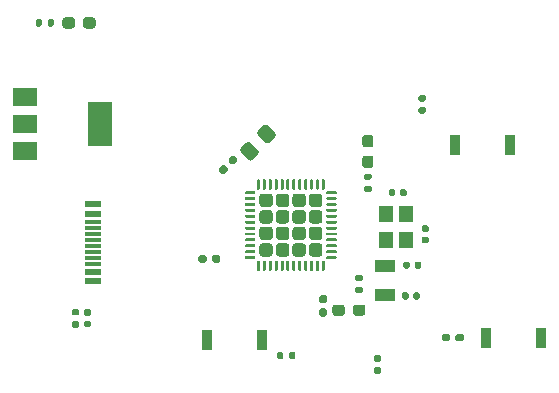
<source format=gbr>
G04 #@! TF.GenerationSoftware,KiCad,Pcbnew,(5.1.10-1-10_14)*
G04 #@! TF.CreationDate,2021-08-26T00:22:11+08:00*
G04 #@! TF.ProjectId,stm32f401_devboard,73746d33-3266-4343-9031-5f646576626f,rev?*
G04 #@! TF.SameCoordinates,Original*
G04 #@! TF.FileFunction,Paste,Top*
G04 #@! TF.FilePolarity,Positive*
%FSLAX46Y46*%
G04 Gerber Fmt 4.6, Leading zero omitted, Abs format (unit mm)*
G04 Created by KiCad (PCBNEW (5.1.10-1-10_14)) date 2021-08-26 00:22:11*
%MOMM*%
%LPD*%
G01*
G04 APERTURE LIST*
%ADD10R,1.200000X1.400000*%
%ADD11R,1.450000X0.600000*%
%ADD12R,1.450000X0.300000*%
%ADD13R,2.000000X1.500000*%
%ADD14R,2.000000X3.800000*%
%ADD15R,0.899998X1.699997*%
%ADD16R,1.800000X1.000000*%
G04 APERTURE END LIST*
G36*
G01*
X106575000Y-102130000D02*
X106945000Y-102130000D01*
G75*
G02*
X107080000Y-102265000I0J-135000D01*
G01*
X107080000Y-102535000D01*
G75*
G02*
X106945000Y-102670000I-135000J0D01*
G01*
X106575000Y-102670000D01*
G75*
G02*
X106440000Y-102535000I0J135000D01*
G01*
X106440000Y-102265000D01*
G75*
G02*
X106575000Y-102130000I135000J0D01*
G01*
G37*
G36*
G01*
X106575000Y-101110000D02*
X106945000Y-101110000D01*
G75*
G02*
X107080000Y-101245000I0J-135000D01*
G01*
X107080000Y-101515000D01*
G75*
G02*
X106945000Y-101650000I-135000J0D01*
G01*
X106575000Y-101650000D01*
G75*
G02*
X106440000Y-101515000I0J135000D01*
G01*
X106440000Y-101245000D01*
G75*
G02*
X106575000Y-101110000I135000J0D01*
G01*
G37*
G36*
G01*
X107600000Y-102090000D02*
X107940000Y-102090000D01*
G75*
G02*
X108080000Y-102230000I0J-140000D01*
G01*
X108080000Y-102510000D01*
G75*
G02*
X107940000Y-102650000I-140000J0D01*
G01*
X107600000Y-102650000D01*
G75*
G02*
X107460000Y-102510000I0J140000D01*
G01*
X107460000Y-102230000D01*
G75*
G02*
X107600000Y-102090000I140000J0D01*
G01*
G37*
G36*
G01*
X107600000Y-101130000D02*
X107940000Y-101130000D01*
G75*
G02*
X108080000Y-101270000I0J-140000D01*
G01*
X108080000Y-101550000D01*
G75*
G02*
X107940000Y-101690000I-140000J0D01*
G01*
X107600000Y-101690000D01*
G75*
G02*
X107460000Y-101550000I0J140000D01*
G01*
X107460000Y-101270000D01*
G75*
G02*
X107600000Y-101130000I140000J0D01*
G01*
G37*
G36*
G01*
X129560000Y-100962500D02*
X129560000Y-101437500D01*
G75*
G02*
X129322500Y-101675000I-237500J0D01*
G01*
X128747500Y-101675000D01*
G75*
G02*
X128510000Y-101437500I0J237500D01*
G01*
X128510000Y-100962500D01*
G75*
G02*
X128747500Y-100725000I237500J0D01*
G01*
X129322500Y-100725000D01*
G75*
G02*
X129560000Y-100962500I0J-237500D01*
G01*
G37*
G36*
G01*
X131310000Y-100962500D02*
X131310000Y-101437500D01*
G75*
G02*
X131072500Y-101675000I-237500J0D01*
G01*
X130497500Y-101675000D01*
G75*
G02*
X130260000Y-101437500I0J237500D01*
G01*
X130260000Y-100962500D01*
G75*
G02*
X130497500Y-100725000I237500J0D01*
G01*
X131072500Y-100725000D01*
G75*
G02*
X131310000Y-100962500I0J-237500D01*
G01*
G37*
G36*
G01*
X107410000Y-77117500D02*
X107410000Y-76642500D01*
G75*
G02*
X107647500Y-76405000I237500J0D01*
G01*
X108222500Y-76405000D01*
G75*
G02*
X108460000Y-76642500I0J-237500D01*
G01*
X108460000Y-77117500D01*
G75*
G02*
X108222500Y-77355000I-237500J0D01*
G01*
X107647500Y-77355000D01*
G75*
G02*
X107410000Y-77117500I0J237500D01*
G01*
G37*
G36*
G01*
X105660000Y-77117500D02*
X105660000Y-76642500D01*
G75*
G02*
X105897500Y-76405000I237500J0D01*
G01*
X106472500Y-76405000D01*
G75*
G02*
X106710000Y-76642500I0J-237500D01*
G01*
X106710000Y-77117500D01*
G75*
G02*
X106472500Y-77355000I-237500J0D01*
G01*
X105897500Y-77355000D01*
G75*
G02*
X105660000Y-77117500I0J237500D01*
G01*
G37*
G36*
G01*
X127885000Y-100630000D02*
X127575000Y-100630000D01*
G75*
G02*
X127420000Y-100475000I0J155000D01*
G01*
X127420000Y-100050000D01*
G75*
G02*
X127575000Y-99895000I155000J0D01*
G01*
X127885000Y-99895000D01*
G75*
G02*
X128040000Y-100050000I0J-155000D01*
G01*
X128040000Y-100475000D01*
G75*
G02*
X127885000Y-100630000I-155000J0D01*
G01*
G37*
G36*
G01*
X127885000Y-101765000D02*
X127575000Y-101765000D01*
G75*
G02*
X127420000Y-101610000I0J155000D01*
G01*
X127420000Y-101185000D01*
G75*
G02*
X127575000Y-101030000I155000J0D01*
G01*
X127885000Y-101030000D01*
G75*
G02*
X128040000Y-101185000I0J-155000D01*
G01*
X128040000Y-101610000D01*
G75*
G02*
X127885000Y-101765000I-155000J0D01*
G01*
G37*
G36*
G01*
X118300000Y-97015000D02*
X118300000Y-96705000D01*
G75*
G02*
X118455000Y-96550000I155000J0D01*
G01*
X118880000Y-96550000D01*
G75*
G02*
X119035000Y-96705000I0J-155000D01*
G01*
X119035000Y-97015000D01*
G75*
G02*
X118880000Y-97170000I-155000J0D01*
G01*
X118455000Y-97170000D01*
G75*
G02*
X118300000Y-97015000I0J155000D01*
G01*
G37*
G36*
G01*
X117165000Y-97015000D02*
X117165000Y-96705000D01*
G75*
G02*
X117320000Y-96550000I155000J0D01*
G01*
X117745000Y-96550000D01*
G75*
G02*
X117900000Y-96705000I0J-155000D01*
G01*
X117900000Y-97015000D01*
G75*
G02*
X117745000Y-97170000I-155000J0D01*
G01*
X117320000Y-97170000D01*
G75*
G02*
X117165000Y-97015000I0J155000D01*
G01*
G37*
G36*
G01*
X119438978Y-88921819D02*
X119658181Y-89141022D01*
G75*
G02*
X119658181Y-89360226I-109602J-109602D01*
G01*
X119357660Y-89660747D01*
G75*
G02*
X119138456Y-89660747I-109602J109602D01*
G01*
X118919253Y-89441544D01*
G75*
G02*
X118919253Y-89222340I109602J109602D01*
G01*
X119219774Y-88921819D01*
G75*
G02*
X119438978Y-88921819I109602J-109602D01*
G01*
G37*
G36*
G01*
X120241544Y-88119253D02*
X120460747Y-88338456D01*
G75*
G02*
X120460747Y-88557660I-109602J-109602D01*
G01*
X120160226Y-88858181D01*
G75*
G02*
X119941022Y-88858181I-109602J109602D01*
G01*
X119721819Y-88638978D01*
G75*
G02*
X119721819Y-88419774I109602J109602D01*
G01*
X120022340Y-88119253D01*
G75*
G02*
X120241544Y-88119253I109602J-109602D01*
G01*
G37*
G36*
G01*
X138910000Y-103685000D02*
X138910000Y-103375000D01*
G75*
G02*
X139065000Y-103220000I155000J0D01*
G01*
X139490000Y-103220000D01*
G75*
G02*
X139645000Y-103375000I0J-155000D01*
G01*
X139645000Y-103685000D01*
G75*
G02*
X139490000Y-103840000I-155000J0D01*
G01*
X139065000Y-103840000D01*
G75*
G02*
X138910000Y-103685000I0J155000D01*
G01*
G37*
G36*
G01*
X137775000Y-103685000D02*
X137775000Y-103375000D01*
G75*
G02*
X137930000Y-103220000I155000J0D01*
G01*
X138355000Y-103220000D01*
G75*
G02*
X138510000Y-103375000I0J-155000D01*
G01*
X138510000Y-103685000D01*
G75*
G02*
X138355000Y-103840000I-155000J0D01*
G01*
X137930000Y-103840000D01*
G75*
G02*
X137775000Y-103685000I0J155000D01*
G01*
G37*
D10*
X133030000Y-95300000D03*
X133030000Y-93100000D03*
X134730000Y-93100000D03*
X134730000Y-95300000D03*
D11*
X108205000Y-98750000D03*
X108205000Y-97950000D03*
X108205000Y-93050000D03*
X108205000Y-92250000D03*
X108205000Y-92250000D03*
X108205000Y-93050000D03*
X108205000Y-97950000D03*
X108205000Y-98750000D03*
D12*
X108205000Y-93750000D03*
X108205000Y-94250000D03*
X108205000Y-94750000D03*
X108205000Y-95750000D03*
X108205000Y-96250000D03*
X108205000Y-96750000D03*
X108205000Y-97250000D03*
X108205000Y-95250000D03*
D13*
X102500000Y-83160000D03*
X102500000Y-87760000D03*
X102500000Y-85460000D03*
D14*
X108800000Y-85460000D03*
D15*
X122519970Y-103760000D03*
X117920030Y-103760000D03*
X138930030Y-87190000D03*
X143529970Y-87190000D03*
G36*
G01*
X135925000Y-84020000D02*
X136295000Y-84020000D01*
G75*
G02*
X136430000Y-84155000I0J-135000D01*
G01*
X136430000Y-84425000D01*
G75*
G02*
X136295000Y-84560000I-135000J0D01*
G01*
X135925000Y-84560000D01*
G75*
G02*
X135790000Y-84425000I0J135000D01*
G01*
X135790000Y-84155000D01*
G75*
G02*
X135925000Y-84020000I135000J0D01*
G01*
G37*
G36*
G01*
X135925000Y-83000000D02*
X136295000Y-83000000D01*
G75*
G02*
X136430000Y-83135000I0J-135000D01*
G01*
X136430000Y-83405000D01*
G75*
G02*
X136295000Y-83540000I-135000J0D01*
G01*
X135925000Y-83540000D01*
G75*
G02*
X135790000Y-83405000I0J135000D01*
G01*
X135790000Y-83135000D01*
G75*
G02*
X135925000Y-83000000I135000J0D01*
G01*
G37*
G36*
G01*
X131695000Y-90180000D02*
X131325000Y-90180000D01*
G75*
G02*
X131190000Y-90045000I0J135000D01*
G01*
X131190000Y-89775000D01*
G75*
G02*
X131325000Y-89640000I135000J0D01*
G01*
X131695000Y-89640000D01*
G75*
G02*
X131830000Y-89775000I0J-135000D01*
G01*
X131830000Y-90045000D01*
G75*
G02*
X131695000Y-90180000I-135000J0D01*
G01*
G37*
G36*
G01*
X131695000Y-91200000D02*
X131325000Y-91200000D01*
G75*
G02*
X131190000Y-91065000I0J135000D01*
G01*
X131190000Y-90795000D01*
G75*
G02*
X131325000Y-90660000I135000J0D01*
G01*
X131695000Y-90660000D01*
G75*
G02*
X131830000Y-90795000I0J-135000D01*
G01*
X131830000Y-91065000D01*
G75*
G02*
X131695000Y-91200000I-135000J0D01*
G01*
G37*
G36*
G01*
X130965000Y-98760000D02*
X130595000Y-98760000D01*
G75*
G02*
X130460000Y-98625000I0J135000D01*
G01*
X130460000Y-98355000D01*
G75*
G02*
X130595000Y-98220000I135000J0D01*
G01*
X130965000Y-98220000D01*
G75*
G02*
X131100000Y-98355000I0J-135000D01*
G01*
X131100000Y-98625000D01*
G75*
G02*
X130965000Y-98760000I-135000J0D01*
G01*
G37*
G36*
G01*
X130965000Y-99780000D02*
X130595000Y-99780000D01*
G75*
G02*
X130460000Y-99645000I0J135000D01*
G01*
X130460000Y-99375000D01*
G75*
G02*
X130595000Y-99240000I135000J0D01*
G01*
X130965000Y-99240000D01*
G75*
G02*
X131100000Y-99375000I0J-135000D01*
G01*
X131100000Y-99645000D01*
G75*
G02*
X130965000Y-99780000I-135000J0D01*
G01*
G37*
G36*
G01*
X103920000Y-76685000D02*
X103920000Y-77055000D01*
G75*
G02*
X103785000Y-77190000I-135000J0D01*
G01*
X103515000Y-77190000D01*
G75*
G02*
X103380000Y-77055000I0J135000D01*
G01*
X103380000Y-76685000D01*
G75*
G02*
X103515000Y-76550000I135000J0D01*
G01*
X103785000Y-76550000D01*
G75*
G02*
X103920000Y-76685000I0J-135000D01*
G01*
G37*
G36*
G01*
X104940000Y-76685000D02*
X104940000Y-77055000D01*
G75*
G02*
X104805000Y-77190000I-135000J0D01*
G01*
X104535000Y-77190000D01*
G75*
G02*
X104400000Y-77055000I0J135000D01*
G01*
X104400000Y-76685000D01*
G75*
G02*
X104535000Y-76550000I135000J0D01*
G01*
X104805000Y-76550000D01*
G75*
G02*
X104940000Y-76685000I0J-135000D01*
G01*
G37*
G36*
G01*
X124850000Y-105235000D02*
X124850000Y-104865000D01*
G75*
G02*
X124985000Y-104730000I135000J0D01*
G01*
X125255000Y-104730000D01*
G75*
G02*
X125390000Y-104865000I0J-135000D01*
G01*
X125390000Y-105235000D01*
G75*
G02*
X125255000Y-105370000I-135000J0D01*
G01*
X124985000Y-105370000D01*
G75*
G02*
X124850000Y-105235000I0J135000D01*
G01*
G37*
G36*
G01*
X123830000Y-105235000D02*
X123830000Y-104865000D01*
G75*
G02*
X123965000Y-104730000I135000J0D01*
G01*
X124235000Y-104730000D01*
G75*
G02*
X124370000Y-104865000I0J-135000D01*
G01*
X124370000Y-105235000D01*
G75*
G02*
X124235000Y-105370000I-135000J0D01*
G01*
X123965000Y-105370000D01*
G75*
G02*
X123830000Y-105235000I0J135000D01*
G01*
G37*
G36*
G01*
X132535000Y-105550000D02*
X132165000Y-105550000D01*
G75*
G02*
X132030000Y-105415000I0J135000D01*
G01*
X132030000Y-105145000D01*
G75*
G02*
X132165000Y-105010000I135000J0D01*
G01*
X132535000Y-105010000D01*
G75*
G02*
X132670000Y-105145000I0J-135000D01*
G01*
X132670000Y-105415000D01*
G75*
G02*
X132535000Y-105550000I-135000J0D01*
G01*
G37*
G36*
G01*
X132535000Y-106570000D02*
X132165000Y-106570000D01*
G75*
G02*
X132030000Y-106435000I0J135000D01*
G01*
X132030000Y-106165000D01*
G75*
G02*
X132165000Y-106030000I135000J0D01*
G01*
X132535000Y-106030000D01*
G75*
G02*
X132670000Y-106165000I0J-135000D01*
G01*
X132670000Y-106435000D01*
G75*
G02*
X132535000Y-106570000I-135000J0D01*
G01*
G37*
G36*
G01*
X134960000Y-99820000D02*
X134960000Y-100160000D01*
G75*
G02*
X134820000Y-100300000I-140000J0D01*
G01*
X134540000Y-100300000D01*
G75*
G02*
X134400000Y-100160000I0J140000D01*
G01*
X134400000Y-99820000D01*
G75*
G02*
X134540000Y-99680000I140000J0D01*
G01*
X134820000Y-99680000D01*
G75*
G02*
X134960000Y-99820000I0J-140000D01*
G01*
G37*
G36*
G01*
X135920000Y-99820000D02*
X135920000Y-100160000D01*
G75*
G02*
X135780000Y-100300000I-140000J0D01*
G01*
X135500000Y-100300000D01*
G75*
G02*
X135360000Y-100160000I0J140000D01*
G01*
X135360000Y-99820000D01*
G75*
G02*
X135500000Y-99680000I140000J0D01*
G01*
X135780000Y-99680000D01*
G75*
G02*
X135920000Y-99820000I0J-140000D01*
G01*
G37*
G36*
G01*
X135070000Y-97220000D02*
X135070000Y-97560000D01*
G75*
G02*
X134930000Y-97700000I-140000J0D01*
G01*
X134650000Y-97700000D01*
G75*
G02*
X134510000Y-97560000I0J140000D01*
G01*
X134510000Y-97220000D01*
G75*
G02*
X134650000Y-97080000I140000J0D01*
G01*
X134930000Y-97080000D01*
G75*
G02*
X135070000Y-97220000I0J-140000D01*
G01*
G37*
G36*
G01*
X136030000Y-97220000D02*
X136030000Y-97560000D01*
G75*
G02*
X135890000Y-97700000I-140000J0D01*
G01*
X135610000Y-97700000D01*
G75*
G02*
X135470000Y-97560000I0J140000D01*
G01*
X135470000Y-97220000D01*
G75*
G02*
X135610000Y-97080000I140000J0D01*
G01*
X135890000Y-97080000D01*
G75*
G02*
X136030000Y-97220000I0J-140000D01*
G01*
G37*
G36*
G01*
X133840000Y-91080000D02*
X133840000Y-91420000D01*
G75*
G02*
X133700000Y-91560000I-140000J0D01*
G01*
X133420000Y-91560000D01*
G75*
G02*
X133280000Y-91420000I0J140000D01*
G01*
X133280000Y-91080000D01*
G75*
G02*
X133420000Y-90940000I140000J0D01*
G01*
X133700000Y-90940000D01*
G75*
G02*
X133840000Y-91080000I0J-140000D01*
G01*
G37*
G36*
G01*
X134800000Y-91080000D02*
X134800000Y-91420000D01*
G75*
G02*
X134660000Y-91560000I-140000J0D01*
G01*
X134380000Y-91560000D01*
G75*
G02*
X134240000Y-91420000I0J140000D01*
G01*
X134240000Y-91080000D01*
G75*
G02*
X134380000Y-90940000I140000J0D01*
G01*
X134660000Y-90940000D01*
G75*
G02*
X134800000Y-91080000I0J-140000D01*
G01*
G37*
G36*
G01*
X136200000Y-94990000D02*
X136540000Y-94990000D01*
G75*
G02*
X136680000Y-95130000I0J-140000D01*
G01*
X136680000Y-95410000D01*
G75*
G02*
X136540000Y-95550000I-140000J0D01*
G01*
X136200000Y-95550000D01*
G75*
G02*
X136060000Y-95410000I0J140000D01*
G01*
X136060000Y-95130000D01*
G75*
G02*
X136200000Y-94990000I140000J0D01*
G01*
G37*
G36*
G01*
X136200000Y-94030000D02*
X136540000Y-94030000D01*
G75*
G02*
X136680000Y-94170000I0J-140000D01*
G01*
X136680000Y-94450000D01*
G75*
G02*
X136540000Y-94590000I-140000J0D01*
G01*
X136200000Y-94590000D01*
G75*
G02*
X136060000Y-94450000I0J140000D01*
G01*
X136060000Y-94170000D01*
G75*
G02*
X136200000Y-94030000I140000J0D01*
G01*
G37*
G36*
G01*
X131272500Y-88120000D02*
X131747500Y-88120000D01*
G75*
G02*
X131985000Y-88357500I0J-237500D01*
G01*
X131985000Y-88932500D01*
G75*
G02*
X131747500Y-89170000I-237500J0D01*
G01*
X131272500Y-89170000D01*
G75*
G02*
X131035000Y-88932500I0J237500D01*
G01*
X131035000Y-88357500D01*
G75*
G02*
X131272500Y-88120000I237500J0D01*
G01*
G37*
G36*
G01*
X131272500Y-86370000D02*
X131747500Y-86370000D01*
G75*
G02*
X131985000Y-86607500I0J-237500D01*
G01*
X131985000Y-87182500D01*
G75*
G02*
X131747500Y-87420000I-237500J0D01*
G01*
X131272500Y-87420000D01*
G75*
G02*
X131035000Y-87182500I0J237500D01*
G01*
X131035000Y-86607500D01*
G75*
G02*
X131272500Y-86370000I237500J0D01*
G01*
G37*
X141560030Y-103530000D03*
X146159970Y-103530000D03*
D16*
X133000000Y-99950000D03*
X133000000Y-97450000D03*
G36*
G01*
X123465000Y-91585000D02*
X123465000Y-92215000D01*
G75*
G02*
X123215000Y-92465000I-250000J0D01*
G01*
X122585000Y-92465000D01*
G75*
G02*
X122335000Y-92215000I0J250000D01*
G01*
X122335000Y-91585000D01*
G75*
G02*
X122585000Y-91335000I250000J0D01*
G01*
X123215000Y-91335000D01*
G75*
G02*
X123465000Y-91585000I0J-250000D01*
G01*
G37*
G36*
G01*
X123465000Y-92985000D02*
X123465000Y-93615000D01*
G75*
G02*
X123215000Y-93865000I-250000J0D01*
G01*
X122585000Y-93865000D01*
G75*
G02*
X122335000Y-93615000I0J250000D01*
G01*
X122335000Y-92985000D01*
G75*
G02*
X122585000Y-92735000I250000J0D01*
G01*
X123215000Y-92735000D01*
G75*
G02*
X123465000Y-92985000I0J-250000D01*
G01*
G37*
G36*
G01*
X123465000Y-94385000D02*
X123465000Y-95015000D01*
G75*
G02*
X123215000Y-95265000I-250000J0D01*
G01*
X122585000Y-95265000D01*
G75*
G02*
X122335000Y-95015000I0J250000D01*
G01*
X122335000Y-94385000D01*
G75*
G02*
X122585000Y-94135000I250000J0D01*
G01*
X123215000Y-94135000D01*
G75*
G02*
X123465000Y-94385000I0J-250000D01*
G01*
G37*
G36*
G01*
X123465000Y-95785000D02*
X123465000Y-96415000D01*
G75*
G02*
X123215000Y-96665000I-250000J0D01*
G01*
X122585000Y-96665000D01*
G75*
G02*
X122335000Y-96415000I0J250000D01*
G01*
X122335000Y-95785000D01*
G75*
G02*
X122585000Y-95535000I250000J0D01*
G01*
X123215000Y-95535000D01*
G75*
G02*
X123465000Y-95785000I0J-250000D01*
G01*
G37*
G36*
G01*
X124865000Y-91585000D02*
X124865000Y-92215000D01*
G75*
G02*
X124615000Y-92465000I-250000J0D01*
G01*
X123985000Y-92465000D01*
G75*
G02*
X123735000Y-92215000I0J250000D01*
G01*
X123735000Y-91585000D01*
G75*
G02*
X123985000Y-91335000I250000J0D01*
G01*
X124615000Y-91335000D01*
G75*
G02*
X124865000Y-91585000I0J-250000D01*
G01*
G37*
G36*
G01*
X124865000Y-92985000D02*
X124865000Y-93615000D01*
G75*
G02*
X124615000Y-93865000I-250000J0D01*
G01*
X123985000Y-93865000D01*
G75*
G02*
X123735000Y-93615000I0J250000D01*
G01*
X123735000Y-92985000D01*
G75*
G02*
X123985000Y-92735000I250000J0D01*
G01*
X124615000Y-92735000D01*
G75*
G02*
X124865000Y-92985000I0J-250000D01*
G01*
G37*
G36*
G01*
X124865000Y-94385000D02*
X124865000Y-95015000D01*
G75*
G02*
X124615000Y-95265000I-250000J0D01*
G01*
X123985000Y-95265000D01*
G75*
G02*
X123735000Y-95015000I0J250000D01*
G01*
X123735000Y-94385000D01*
G75*
G02*
X123985000Y-94135000I250000J0D01*
G01*
X124615000Y-94135000D01*
G75*
G02*
X124865000Y-94385000I0J-250000D01*
G01*
G37*
G36*
G01*
X124865000Y-95785000D02*
X124865000Y-96415000D01*
G75*
G02*
X124615000Y-96665000I-250000J0D01*
G01*
X123985000Y-96665000D01*
G75*
G02*
X123735000Y-96415000I0J250000D01*
G01*
X123735000Y-95785000D01*
G75*
G02*
X123985000Y-95535000I250000J0D01*
G01*
X124615000Y-95535000D01*
G75*
G02*
X124865000Y-95785000I0J-250000D01*
G01*
G37*
G36*
G01*
X126265000Y-91585000D02*
X126265000Y-92215000D01*
G75*
G02*
X126015000Y-92465000I-250000J0D01*
G01*
X125385000Y-92465000D01*
G75*
G02*
X125135000Y-92215000I0J250000D01*
G01*
X125135000Y-91585000D01*
G75*
G02*
X125385000Y-91335000I250000J0D01*
G01*
X126015000Y-91335000D01*
G75*
G02*
X126265000Y-91585000I0J-250000D01*
G01*
G37*
G36*
G01*
X126265000Y-92985000D02*
X126265000Y-93615000D01*
G75*
G02*
X126015000Y-93865000I-250000J0D01*
G01*
X125385000Y-93865000D01*
G75*
G02*
X125135000Y-93615000I0J250000D01*
G01*
X125135000Y-92985000D01*
G75*
G02*
X125385000Y-92735000I250000J0D01*
G01*
X126015000Y-92735000D01*
G75*
G02*
X126265000Y-92985000I0J-250000D01*
G01*
G37*
G36*
G01*
X126265000Y-94385000D02*
X126265000Y-95015000D01*
G75*
G02*
X126015000Y-95265000I-250000J0D01*
G01*
X125385000Y-95265000D01*
G75*
G02*
X125135000Y-95015000I0J250000D01*
G01*
X125135000Y-94385000D01*
G75*
G02*
X125385000Y-94135000I250000J0D01*
G01*
X126015000Y-94135000D01*
G75*
G02*
X126265000Y-94385000I0J-250000D01*
G01*
G37*
G36*
G01*
X126265000Y-95785000D02*
X126265000Y-96415000D01*
G75*
G02*
X126015000Y-96665000I-250000J0D01*
G01*
X125385000Y-96665000D01*
G75*
G02*
X125135000Y-96415000I0J250000D01*
G01*
X125135000Y-95785000D01*
G75*
G02*
X125385000Y-95535000I250000J0D01*
G01*
X126015000Y-95535000D01*
G75*
G02*
X126265000Y-95785000I0J-250000D01*
G01*
G37*
G36*
G01*
X127665000Y-91585000D02*
X127665000Y-92215000D01*
G75*
G02*
X127415000Y-92465000I-250000J0D01*
G01*
X126785000Y-92465000D01*
G75*
G02*
X126535000Y-92215000I0J250000D01*
G01*
X126535000Y-91585000D01*
G75*
G02*
X126785000Y-91335000I250000J0D01*
G01*
X127415000Y-91335000D01*
G75*
G02*
X127665000Y-91585000I0J-250000D01*
G01*
G37*
G36*
G01*
X127665000Y-92985000D02*
X127665000Y-93615000D01*
G75*
G02*
X127415000Y-93865000I-250000J0D01*
G01*
X126785000Y-93865000D01*
G75*
G02*
X126535000Y-93615000I0J250000D01*
G01*
X126535000Y-92985000D01*
G75*
G02*
X126785000Y-92735000I250000J0D01*
G01*
X127415000Y-92735000D01*
G75*
G02*
X127665000Y-92985000I0J-250000D01*
G01*
G37*
G36*
G01*
X127665000Y-94385000D02*
X127665000Y-95015000D01*
G75*
G02*
X127415000Y-95265000I-250000J0D01*
G01*
X126785000Y-95265000D01*
G75*
G02*
X126535000Y-95015000I0J250000D01*
G01*
X126535000Y-94385000D01*
G75*
G02*
X126785000Y-94135000I250000J0D01*
G01*
X127415000Y-94135000D01*
G75*
G02*
X127665000Y-94385000I0J-250000D01*
G01*
G37*
G36*
G01*
X127665000Y-95785000D02*
X127665000Y-96415000D01*
G75*
G02*
X127415000Y-96665000I-250000J0D01*
G01*
X126785000Y-96665000D01*
G75*
G02*
X126535000Y-96415000I0J250000D01*
G01*
X126535000Y-95785000D01*
G75*
G02*
X126785000Y-95535000I250000J0D01*
G01*
X127415000Y-95535000D01*
G75*
G02*
X127665000Y-95785000I0J-250000D01*
G01*
G37*
G36*
G01*
X127875000Y-97062500D02*
X127875000Y-97812500D01*
G75*
G02*
X127812500Y-97875000I-62500J0D01*
G01*
X127687500Y-97875000D01*
G75*
G02*
X127625000Y-97812500I0J62500D01*
G01*
X127625000Y-97062500D01*
G75*
G02*
X127687500Y-97000000I62500J0D01*
G01*
X127812500Y-97000000D01*
G75*
G02*
X127875000Y-97062500I0J-62500D01*
G01*
G37*
G36*
G01*
X127375000Y-97062500D02*
X127375000Y-97812500D01*
G75*
G02*
X127312500Y-97875000I-62500J0D01*
G01*
X127187500Y-97875000D01*
G75*
G02*
X127125000Y-97812500I0J62500D01*
G01*
X127125000Y-97062500D01*
G75*
G02*
X127187500Y-97000000I62500J0D01*
G01*
X127312500Y-97000000D01*
G75*
G02*
X127375000Y-97062500I0J-62500D01*
G01*
G37*
G36*
G01*
X126875000Y-97062500D02*
X126875000Y-97812500D01*
G75*
G02*
X126812500Y-97875000I-62500J0D01*
G01*
X126687500Y-97875000D01*
G75*
G02*
X126625000Y-97812500I0J62500D01*
G01*
X126625000Y-97062500D01*
G75*
G02*
X126687500Y-97000000I62500J0D01*
G01*
X126812500Y-97000000D01*
G75*
G02*
X126875000Y-97062500I0J-62500D01*
G01*
G37*
G36*
G01*
X126375000Y-97062500D02*
X126375000Y-97812500D01*
G75*
G02*
X126312500Y-97875000I-62500J0D01*
G01*
X126187500Y-97875000D01*
G75*
G02*
X126125000Y-97812500I0J62500D01*
G01*
X126125000Y-97062500D01*
G75*
G02*
X126187500Y-97000000I62500J0D01*
G01*
X126312500Y-97000000D01*
G75*
G02*
X126375000Y-97062500I0J-62500D01*
G01*
G37*
G36*
G01*
X125875000Y-97062500D02*
X125875000Y-97812500D01*
G75*
G02*
X125812500Y-97875000I-62500J0D01*
G01*
X125687500Y-97875000D01*
G75*
G02*
X125625000Y-97812500I0J62500D01*
G01*
X125625000Y-97062500D01*
G75*
G02*
X125687500Y-97000000I62500J0D01*
G01*
X125812500Y-97000000D01*
G75*
G02*
X125875000Y-97062500I0J-62500D01*
G01*
G37*
G36*
G01*
X125375000Y-97062500D02*
X125375000Y-97812500D01*
G75*
G02*
X125312500Y-97875000I-62500J0D01*
G01*
X125187500Y-97875000D01*
G75*
G02*
X125125000Y-97812500I0J62500D01*
G01*
X125125000Y-97062500D01*
G75*
G02*
X125187500Y-97000000I62500J0D01*
G01*
X125312500Y-97000000D01*
G75*
G02*
X125375000Y-97062500I0J-62500D01*
G01*
G37*
G36*
G01*
X124875000Y-97062500D02*
X124875000Y-97812500D01*
G75*
G02*
X124812500Y-97875000I-62500J0D01*
G01*
X124687500Y-97875000D01*
G75*
G02*
X124625000Y-97812500I0J62500D01*
G01*
X124625000Y-97062500D01*
G75*
G02*
X124687500Y-97000000I62500J0D01*
G01*
X124812500Y-97000000D01*
G75*
G02*
X124875000Y-97062500I0J-62500D01*
G01*
G37*
G36*
G01*
X124375000Y-97062500D02*
X124375000Y-97812500D01*
G75*
G02*
X124312500Y-97875000I-62500J0D01*
G01*
X124187500Y-97875000D01*
G75*
G02*
X124125000Y-97812500I0J62500D01*
G01*
X124125000Y-97062500D01*
G75*
G02*
X124187500Y-97000000I62500J0D01*
G01*
X124312500Y-97000000D01*
G75*
G02*
X124375000Y-97062500I0J-62500D01*
G01*
G37*
G36*
G01*
X123875000Y-97062500D02*
X123875000Y-97812500D01*
G75*
G02*
X123812500Y-97875000I-62500J0D01*
G01*
X123687500Y-97875000D01*
G75*
G02*
X123625000Y-97812500I0J62500D01*
G01*
X123625000Y-97062500D01*
G75*
G02*
X123687500Y-97000000I62500J0D01*
G01*
X123812500Y-97000000D01*
G75*
G02*
X123875000Y-97062500I0J-62500D01*
G01*
G37*
G36*
G01*
X123375000Y-97062500D02*
X123375000Y-97812500D01*
G75*
G02*
X123312500Y-97875000I-62500J0D01*
G01*
X123187500Y-97875000D01*
G75*
G02*
X123125000Y-97812500I0J62500D01*
G01*
X123125000Y-97062500D01*
G75*
G02*
X123187500Y-97000000I62500J0D01*
G01*
X123312500Y-97000000D01*
G75*
G02*
X123375000Y-97062500I0J-62500D01*
G01*
G37*
G36*
G01*
X122875000Y-97062500D02*
X122875000Y-97812500D01*
G75*
G02*
X122812500Y-97875000I-62500J0D01*
G01*
X122687500Y-97875000D01*
G75*
G02*
X122625000Y-97812500I0J62500D01*
G01*
X122625000Y-97062500D01*
G75*
G02*
X122687500Y-97000000I62500J0D01*
G01*
X122812500Y-97000000D01*
G75*
G02*
X122875000Y-97062500I0J-62500D01*
G01*
G37*
G36*
G01*
X122375000Y-97062500D02*
X122375000Y-97812500D01*
G75*
G02*
X122312500Y-97875000I-62500J0D01*
G01*
X122187500Y-97875000D01*
G75*
G02*
X122125000Y-97812500I0J62500D01*
G01*
X122125000Y-97062500D01*
G75*
G02*
X122187500Y-97000000I62500J0D01*
G01*
X122312500Y-97000000D01*
G75*
G02*
X122375000Y-97062500I0J-62500D01*
G01*
G37*
G36*
G01*
X122000000Y-96687500D02*
X122000000Y-96812500D01*
G75*
G02*
X121937500Y-96875000I-62500J0D01*
G01*
X121187500Y-96875000D01*
G75*
G02*
X121125000Y-96812500I0J62500D01*
G01*
X121125000Y-96687500D01*
G75*
G02*
X121187500Y-96625000I62500J0D01*
G01*
X121937500Y-96625000D01*
G75*
G02*
X122000000Y-96687500I0J-62500D01*
G01*
G37*
G36*
G01*
X122000000Y-96187500D02*
X122000000Y-96312500D01*
G75*
G02*
X121937500Y-96375000I-62500J0D01*
G01*
X121187500Y-96375000D01*
G75*
G02*
X121125000Y-96312500I0J62500D01*
G01*
X121125000Y-96187500D01*
G75*
G02*
X121187500Y-96125000I62500J0D01*
G01*
X121937500Y-96125000D01*
G75*
G02*
X122000000Y-96187500I0J-62500D01*
G01*
G37*
G36*
G01*
X122000000Y-95687500D02*
X122000000Y-95812500D01*
G75*
G02*
X121937500Y-95875000I-62500J0D01*
G01*
X121187500Y-95875000D01*
G75*
G02*
X121125000Y-95812500I0J62500D01*
G01*
X121125000Y-95687500D01*
G75*
G02*
X121187500Y-95625000I62500J0D01*
G01*
X121937500Y-95625000D01*
G75*
G02*
X122000000Y-95687500I0J-62500D01*
G01*
G37*
G36*
G01*
X122000000Y-95187500D02*
X122000000Y-95312500D01*
G75*
G02*
X121937500Y-95375000I-62500J0D01*
G01*
X121187500Y-95375000D01*
G75*
G02*
X121125000Y-95312500I0J62500D01*
G01*
X121125000Y-95187500D01*
G75*
G02*
X121187500Y-95125000I62500J0D01*
G01*
X121937500Y-95125000D01*
G75*
G02*
X122000000Y-95187500I0J-62500D01*
G01*
G37*
G36*
G01*
X122000000Y-94687500D02*
X122000000Y-94812500D01*
G75*
G02*
X121937500Y-94875000I-62500J0D01*
G01*
X121187500Y-94875000D01*
G75*
G02*
X121125000Y-94812500I0J62500D01*
G01*
X121125000Y-94687500D01*
G75*
G02*
X121187500Y-94625000I62500J0D01*
G01*
X121937500Y-94625000D01*
G75*
G02*
X122000000Y-94687500I0J-62500D01*
G01*
G37*
G36*
G01*
X122000000Y-94187500D02*
X122000000Y-94312500D01*
G75*
G02*
X121937500Y-94375000I-62500J0D01*
G01*
X121187500Y-94375000D01*
G75*
G02*
X121125000Y-94312500I0J62500D01*
G01*
X121125000Y-94187500D01*
G75*
G02*
X121187500Y-94125000I62500J0D01*
G01*
X121937500Y-94125000D01*
G75*
G02*
X122000000Y-94187500I0J-62500D01*
G01*
G37*
G36*
G01*
X122000000Y-93687500D02*
X122000000Y-93812500D01*
G75*
G02*
X121937500Y-93875000I-62500J0D01*
G01*
X121187500Y-93875000D01*
G75*
G02*
X121125000Y-93812500I0J62500D01*
G01*
X121125000Y-93687500D01*
G75*
G02*
X121187500Y-93625000I62500J0D01*
G01*
X121937500Y-93625000D01*
G75*
G02*
X122000000Y-93687500I0J-62500D01*
G01*
G37*
G36*
G01*
X122000000Y-93187500D02*
X122000000Y-93312500D01*
G75*
G02*
X121937500Y-93375000I-62500J0D01*
G01*
X121187500Y-93375000D01*
G75*
G02*
X121125000Y-93312500I0J62500D01*
G01*
X121125000Y-93187500D01*
G75*
G02*
X121187500Y-93125000I62500J0D01*
G01*
X121937500Y-93125000D01*
G75*
G02*
X122000000Y-93187500I0J-62500D01*
G01*
G37*
G36*
G01*
X122000000Y-92687500D02*
X122000000Y-92812500D01*
G75*
G02*
X121937500Y-92875000I-62500J0D01*
G01*
X121187500Y-92875000D01*
G75*
G02*
X121125000Y-92812500I0J62500D01*
G01*
X121125000Y-92687500D01*
G75*
G02*
X121187500Y-92625000I62500J0D01*
G01*
X121937500Y-92625000D01*
G75*
G02*
X122000000Y-92687500I0J-62500D01*
G01*
G37*
G36*
G01*
X122000000Y-92187500D02*
X122000000Y-92312500D01*
G75*
G02*
X121937500Y-92375000I-62500J0D01*
G01*
X121187500Y-92375000D01*
G75*
G02*
X121125000Y-92312500I0J62500D01*
G01*
X121125000Y-92187500D01*
G75*
G02*
X121187500Y-92125000I62500J0D01*
G01*
X121937500Y-92125000D01*
G75*
G02*
X122000000Y-92187500I0J-62500D01*
G01*
G37*
G36*
G01*
X122000000Y-91687500D02*
X122000000Y-91812500D01*
G75*
G02*
X121937500Y-91875000I-62500J0D01*
G01*
X121187500Y-91875000D01*
G75*
G02*
X121125000Y-91812500I0J62500D01*
G01*
X121125000Y-91687500D01*
G75*
G02*
X121187500Y-91625000I62500J0D01*
G01*
X121937500Y-91625000D01*
G75*
G02*
X122000000Y-91687500I0J-62500D01*
G01*
G37*
G36*
G01*
X122000000Y-91187500D02*
X122000000Y-91312500D01*
G75*
G02*
X121937500Y-91375000I-62500J0D01*
G01*
X121187500Y-91375000D01*
G75*
G02*
X121125000Y-91312500I0J62500D01*
G01*
X121125000Y-91187500D01*
G75*
G02*
X121187500Y-91125000I62500J0D01*
G01*
X121937500Y-91125000D01*
G75*
G02*
X122000000Y-91187500I0J-62500D01*
G01*
G37*
G36*
G01*
X122375000Y-90187500D02*
X122375000Y-90937500D01*
G75*
G02*
X122312500Y-91000000I-62500J0D01*
G01*
X122187500Y-91000000D01*
G75*
G02*
X122125000Y-90937500I0J62500D01*
G01*
X122125000Y-90187500D01*
G75*
G02*
X122187500Y-90125000I62500J0D01*
G01*
X122312500Y-90125000D01*
G75*
G02*
X122375000Y-90187500I0J-62500D01*
G01*
G37*
G36*
G01*
X122875000Y-90187500D02*
X122875000Y-90937500D01*
G75*
G02*
X122812500Y-91000000I-62500J0D01*
G01*
X122687500Y-91000000D01*
G75*
G02*
X122625000Y-90937500I0J62500D01*
G01*
X122625000Y-90187500D01*
G75*
G02*
X122687500Y-90125000I62500J0D01*
G01*
X122812500Y-90125000D01*
G75*
G02*
X122875000Y-90187500I0J-62500D01*
G01*
G37*
G36*
G01*
X123375000Y-90187500D02*
X123375000Y-90937500D01*
G75*
G02*
X123312500Y-91000000I-62500J0D01*
G01*
X123187500Y-91000000D01*
G75*
G02*
X123125000Y-90937500I0J62500D01*
G01*
X123125000Y-90187500D01*
G75*
G02*
X123187500Y-90125000I62500J0D01*
G01*
X123312500Y-90125000D01*
G75*
G02*
X123375000Y-90187500I0J-62500D01*
G01*
G37*
G36*
G01*
X123875000Y-90187500D02*
X123875000Y-90937500D01*
G75*
G02*
X123812500Y-91000000I-62500J0D01*
G01*
X123687500Y-91000000D01*
G75*
G02*
X123625000Y-90937500I0J62500D01*
G01*
X123625000Y-90187500D01*
G75*
G02*
X123687500Y-90125000I62500J0D01*
G01*
X123812500Y-90125000D01*
G75*
G02*
X123875000Y-90187500I0J-62500D01*
G01*
G37*
G36*
G01*
X124375000Y-90187500D02*
X124375000Y-90937500D01*
G75*
G02*
X124312500Y-91000000I-62500J0D01*
G01*
X124187500Y-91000000D01*
G75*
G02*
X124125000Y-90937500I0J62500D01*
G01*
X124125000Y-90187500D01*
G75*
G02*
X124187500Y-90125000I62500J0D01*
G01*
X124312500Y-90125000D01*
G75*
G02*
X124375000Y-90187500I0J-62500D01*
G01*
G37*
G36*
G01*
X124875000Y-90187500D02*
X124875000Y-90937500D01*
G75*
G02*
X124812500Y-91000000I-62500J0D01*
G01*
X124687500Y-91000000D01*
G75*
G02*
X124625000Y-90937500I0J62500D01*
G01*
X124625000Y-90187500D01*
G75*
G02*
X124687500Y-90125000I62500J0D01*
G01*
X124812500Y-90125000D01*
G75*
G02*
X124875000Y-90187500I0J-62500D01*
G01*
G37*
G36*
G01*
X125375000Y-90187500D02*
X125375000Y-90937500D01*
G75*
G02*
X125312500Y-91000000I-62500J0D01*
G01*
X125187500Y-91000000D01*
G75*
G02*
X125125000Y-90937500I0J62500D01*
G01*
X125125000Y-90187500D01*
G75*
G02*
X125187500Y-90125000I62500J0D01*
G01*
X125312500Y-90125000D01*
G75*
G02*
X125375000Y-90187500I0J-62500D01*
G01*
G37*
G36*
G01*
X125875000Y-90187500D02*
X125875000Y-90937500D01*
G75*
G02*
X125812500Y-91000000I-62500J0D01*
G01*
X125687500Y-91000000D01*
G75*
G02*
X125625000Y-90937500I0J62500D01*
G01*
X125625000Y-90187500D01*
G75*
G02*
X125687500Y-90125000I62500J0D01*
G01*
X125812500Y-90125000D01*
G75*
G02*
X125875000Y-90187500I0J-62500D01*
G01*
G37*
G36*
G01*
X126375000Y-90187500D02*
X126375000Y-90937500D01*
G75*
G02*
X126312500Y-91000000I-62500J0D01*
G01*
X126187500Y-91000000D01*
G75*
G02*
X126125000Y-90937500I0J62500D01*
G01*
X126125000Y-90187500D01*
G75*
G02*
X126187500Y-90125000I62500J0D01*
G01*
X126312500Y-90125000D01*
G75*
G02*
X126375000Y-90187500I0J-62500D01*
G01*
G37*
G36*
G01*
X126875000Y-90187500D02*
X126875000Y-90937500D01*
G75*
G02*
X126812500Y-91000000I-62500J0D01*
G01*
X126687500Y-91000000D01*
G75*
G02*
X126625000Y-90937500I0J62500D01*
G01*
X126625000Y-90187500D01*
G75*
G02*
X126687500Y-90125000I62500J0D01*
G01*
X126812500Y-90125000D01*
G75*
G02*
X126875000Y-90187500I0J-62500D01*
G01*
G37*
G36*
G01*
X127375000Y-90187500D02*
X127375000Y-90937500D01*
G75*
G02*
X127312500Y-91000000I-62500J0D01*
G01*
X127187500Y-91000000D01*
G75*
G02*
X127125000Y-90937500I0J62500D01*
G01*
X127125000Y-90187500D01*
G75*
G02*
X127187500Y-90125000I62500J0D01*
G01*
X127312500Y-90125000D01*
G75*
G02*
X127375000Y-90187500I0J-62500D01*
G01*
G37*
G36*
G01*
X127875000Y-90187500D02*
X127875000Y-90937500D01*
G75*
G02*
X127812500Y-91000000I-62500J0D01*
G01*
X127687500Y-91000000D01*
G75*
G02*
X127625000Y-90937500I0J62500D01*
G01*
X127625000Y-90187500D01*
G75*
G02*
X127687500Y-90125000I62500J0D01*
G01*
X127812500Y-90125000D01*
G75*
G02*
X127875000Y-90187500I0J-62500D01*
G01*
G37*
G36*
G01*
X128875000Y-91187500D02*
X128875000Y-91312500D01*
G75*
G02*
X128812500Y-91375000I-62500J0D01*
G01*
X128062500Y-91375000D01*
G75*
G02*
X128000000Y-91312500I0J62500D01*
G01*
X128000000Y-91187500D01*
G75*
G02*
X128062500Y-91125000I62500J0D01*
G01*
X128812500Y-91125000D01*
G75*
G02*
X128875000Y-91187500I0J-62500D01*
G01*
G37*
G36*
G01*
X128875000Y-91687500D02*
X128875000Y-91812500D01*
G75*
G02*
X128812500Y-91875000I-62500J0D01*
G01*
X128062500Y-91875000D01*
G75*
G02*
X128000000Y-91812500I0J62500D01*
G01*
X128000000Y-91687500D01*
G75*
G02*
X128062500Y-91625000I62500J0D01*
G01*
X128812500Y-91625000D01*
G75*
G02*
X128875000Y-91687500I0J-62500D01*
G01*
G37*
G36*
G01*
X128875000Y-92187500D02*
X128875000Y-92312500D01*
G75*
G02*
X128812500Y-92375000I-62500J0D01*
G01*
X128062500Y-92375000D01*
G75*
G02*
X128000000Y-92312500I0J62500D01*
G01*
X128000000Y-92187500D01*
G75*
G02*
X128062500Y-92125000I62500J0D01*
G01*
X128812500Y-92125000D01*
G75*
G02*
X128875000Y-92187500I0J-62500D01*
G01*
G37*
G36*
G01*
X128875000Y-92687500D02*
X128875000Y-92812500D01*
G75*
G02*
X128812500Y-92875000I-62500J0D01*
G01*
X128062500Y-92875000D01*
G75*
G02*
X128000000Y-92812500I0J62500D01*
G01*
X128000000Y-92687500D01*
G75*
G02*
X128062500Y-92625000I62500J0D01*
G01*
X128812500Y-92625000D01*
G75*
G02*
X128875000Y-92687500I0J-62500D01*
G01*
G37*
G36*
G01*
X128875000Y-93187500D02*
X128875000Y-93312500D01*
G75*
G02*
X128812500Y-93375000I-62500J0D01*
G01*
X128062500Y-93375000D01*
G75*
G02*
X128000000Y-93312500I0J62500D01*
G01*
X128000000Y-93187500D01*
G75*
G02*
X128062500Y-93125000I62500J0D01*
G01*
X128812500Y-93125000D01*
G75*
G02*
X128875000Y-93187500I0J-62500D01*
G01*
G37*
G36*
G01*
X128875000Y-93687500D02*
X128875000Y-93812500D01*
G75*
G02*
X128812500Y-93875000I-62500J0D01*
G01*
X128062500Y-93875000D01*
G75*
G02*
X128000000Y-93812500I0J62500D01*
G01*
X128000000Y-93687500D01*
G75*
G02*
X128062500Y-93625000I62500J0D01*
G01*
X128812500Y-93625000D01*
G75*
G02*
X128875000Y-93687500I0J-62500D01*
G01*
G37*
G36*
G01*
X128875000Y-94187500D02*
X128875000Y-94312500D01*
G75*
G02*
X128812500Y-94375000I-62500J0D01*
G01*
X128062500Y-94375000D01*
G75*
G02*
X128000000Y-94312500I0J62500D01*
G01*
X128000000Y-94187500D01*
G75*
G02*
X128062500Y-94125000I62500J0D01*
G01*
X128812500Y-94125000D01*
G75*
G02*
X128875000Y-94187500I0J-62500D01*
G01*
G37*
G36*
G01*
X128875000Y-94687500D02*
X128875000Y-94812500D01*
G75*
G02*
X128812500Y-94875000I-62500J0D01*
G01*
X128062500Y-94875000D01*
G75*
G02*
X128000000Y-94812500I0J62500D01*
G01*
X128000000Y-94687500D01*
G75*
G02*
X128062500Y-94625000I62500J0D01*
G01*
X128812500Y-94625000D01*
G75*
G02*
X128875000Y-94687500I0J-62500D01*
G01*
G37*
G36*
G01*
X128875000Y-95187500D02*
X128875000Y-95312500D01*
G75*
G02*
X128812500Y-95375000I-62500J0D01*
G01*
X128062500Y-95375000D01*
G75*
G02*
X128000000Y-95312500I0J62500D01*
G01*
X128000000Y-95187500D01*
G75*
G02*
X128062500Y-95125000I62500J0D01*
G01*
X128812500Y-95125000D01*
G75*
G02*
X128875000Y-95187500I0J-62500D01*
G01*
G37*
G36*
G01*
X128875000Y-95687500D02*
X128875000Y-95812500D01*
G75*
G02*
X128812500Y-95875000I-62500J0D01*
G01*
X128062500Y-95875000D01*
G75*
G02*
X128000000Y-95812500I0J62500D01*
G01*
X128000000Y-95687500D01*
G75*
G02*
X128062500Y-95625000I62500J0D01*
G01*
X128812500Y-95625000D01*
G75*
G02*
X128875000Y-95687500I0J-62500D01*
G01*
G37*
G36*
G01*
X128875000Y-96187500D02*
X128875000Y-96312500D01*
G75*
G02*
X128812500Y-96375000I-62500J0D01*
G01*
X128062500Y-96375000D01*
G75*
G02*
X128000000Y-96312500I0J62500D01*
G01*
X128000000Y-96187500D01*
G75*
G02*
X128062500Y-96125000I62500J0D01*
G01*
X128812500Y-96125000D01*
G75*
G02*
X128875000Y-96187500I0J-62500D01*
G01*
G37*
G36*
G01*
X128875000Y-96687500D02*
X128875000Y-96812500D01*
G75*
G02*
X128812500Y-96875000I-62500J0D01*
G01*
X128062500Y-96875000D01*
G75*
G02*
X128000000Y-96812500I0J62500D01*
G01*
X128000000Y-96687500D01*
G75*
G02*
X128062500Y-96625000I62500J0D01*
G01*
X128812500Y-96625000D01*
G75*
G02*
X128875000Y-96687500I0J-62500D01*
G01*
G37*
G36*
G01*
X122856396Y-87010001D02*
X122219999Y-86373604D01*
G75*
G02*
X122219999Y-86020052I176776J176776D01*
G01*
X122679620Y-85560431D01*
G75*
G02*
X123033172Y-85560431I176776J-176776D01*
G01*
X123669569Y-86196828D01*
G75*
G02*
X123669569Y-86550380I-176776J-176776D01*
G01*
X123209948Y-87010001D01*
G75*
G02*
X122856396Y-87010001I-176776J176776D01*
G01*
G37*
G36*
G01*
X121406828Y-88459569D02*
X120770431Y-87823172D01*
G75*
G02*
X120770431Y-87469620I176776J176776D01*
G01*
X121230052Y-87009999D01*
G75*
G02*
X121583604Y-87009999I176776J-176776D01*
G01*
X122220001Y-87646396D01*
G75*
G02*
X122220001Y-87999948I-176776J-176776D01*
G01*
X121760380Y-88459569D01*
G75*
G02*
X121406828Y-88459569I-176776J176776D01*
G01*
G37*
M02*

</source>
